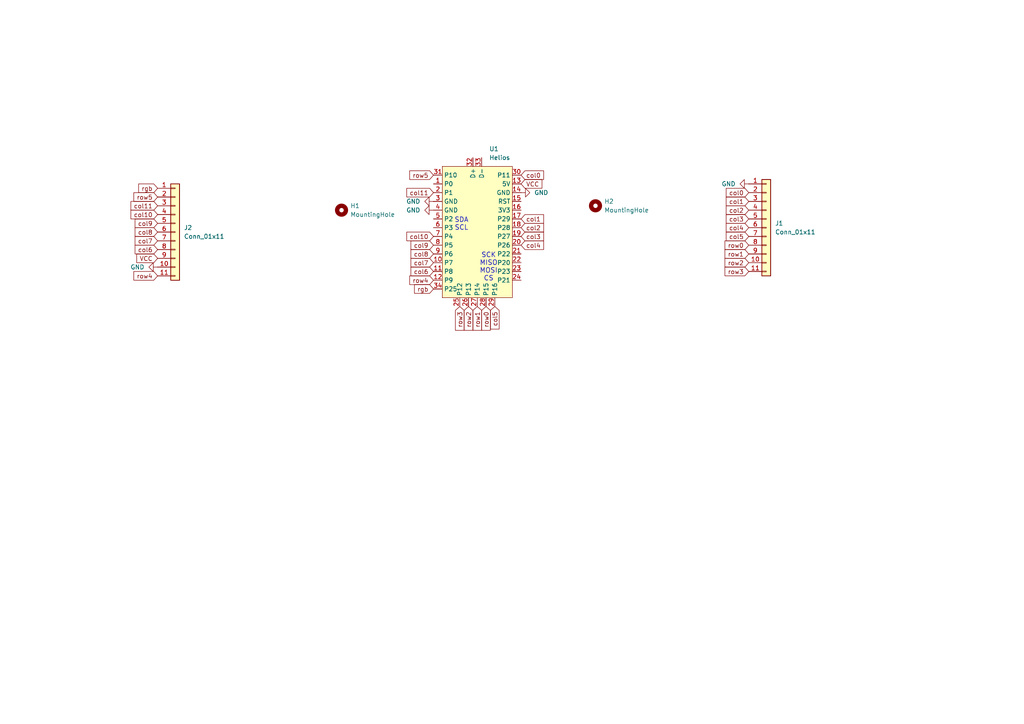
<source format=kicad_sch>
(kicad_sch (version 20231120) (generator "eeschema") (generator_version "8.0")
  (paper "A4")
  (lib_symbols
    (symbol "Connector_Generic:Conn_01x11" (pin_names (offset 1.016) hide)
      (property "Reference" "J" (at 0 15.24 0))
      (property "Value" "Conn_01x11" (at 0 -15.24 0))
      (symbol "Conn_01x11_1_1"
        (rectangle (start -1.27 -12.573) (end 0 -12.827) (stroke (width 0.1524)))
        (rectangle (start -1.27 -10.033) (end 0 -10.287) (stroke (width 0.1524)))
        (rectangle (start -1.27 -7.493) (end 0 -7.747) (stroke (width 0.1524)))
        (rectangle (start -1.27 -4.953) (end 0 -5.207) (stroke (width 0.1524)))
        (rectangle (start -1.27 -2.413) (end 0 -2.667) (stroke (width 0.1524)))
        (rectangle (start -1.27 0.127) (end 0 -0.127) (stroke (width 0.1524)))
        (rectangle (start -1.27 2.667) (end 0 2.413) (stroke (width 0.1524)))
        (rectangle (start -1.27 5.207) (end 0 4.953) (stroke (width 0.1524)))
        (rectangle (start -1.27 7.747) (end 0 7.493) (stroke (width 0.1524)))
        (rectangle (start -1.27 10.287) (end 0 10.033) (stroke (width 0.1524)))
        (rectangle (start -1.27 12.827) (end 0 12.573) (stroke (width 0.1524)))
        (rectangle (start -1.27 13.97) (end 1.27 -13.97) (stroke (width 0.254)) (fill (type background)))
        (pin passive line (at -5.08 12.7 0) (length 3.81) (name "Pin_1") (number "1"))
        (pin passive line (at -5.08 -10.16 0) (length 3.81) (name "Pin_10") (number "10"))
        (pin passive line (at -5.08 -12.7 0) (length 3.81) (name "Pin_11") (number "11"))
        (pin passive line (at -5.08 10.16 0) (length 3.81) (name "Pin_2") (number "2"))
        (pin passive line (at -5.08 7.62 0) (length 3.81) (name "Pin_3") (number "3"))
        (pin passive line (at -5.08 5.08 0) (length 3.81) (name "Pin_4") (number "4"))
        (pin passive line (at -5.08 2.54 0) (length 3.81) (name "Pin_5") (number "5"))
        (pin passive line (at -5.08 0 0) (length 3.81) (name "Pin_6") (number "6"))
        (pin passive line (at -5.08 -2.54 0) (length 3.81) (name "Pin_7") (number "7"))
        (pin passive line (at -5.08 -5.08 0) (length 3.81) (name "Pin_8") (number "8"))
        (pin passive line (at -5.08 -7.62 0) (length 3.81) (name "Pin_9") (number "9"))
      )
    )
    (symbol "Mechanical:MountingHole" (pin_names (offset 1.016)) (exclude_from_sim yes) (in_bom no)
      (property "Reference" "H" (at 0 5.08 0))
      (property "Value" "MountingHole" (at 0 3.175 0))
      (symbol "MountingHole_0_1"
        (circle (center 0 0) (radius 1.27) (stroke (width 1.27)))
      )
    )
    (symbol "PCM_marbastlib-promicroish:Helios" (in_bom no)
      (property "Reference" "U" (at -7.62 22.86 0))
      (property "Value" "Helios" (at -7.62 20.32 0))
      (symbol "Helios_0_0"
        (pin bidirectional line (at -12.7 13.97 0) (length 2.54) (name "P0") (number "1"))
        (pin bidirectional line (at -12.7 -8.89 0) (length 2.54) (name "P7") (number "10"))
        (pin bidirectional line (at -12.7 -11.43 0) (length 2.54) (name "P8") (number "11"))
        (pin bidirectional line (at -12.7 -13.97 0) (length 2.54) (name "P9") (number "12"))
        (pin power_out line (at 12.7 11.43 180) (length 2.54) (name "GND") (number "14"))
        (pin bidirectional line (at 12.7 8.89 180) (length 2.54) (name "RST") (number "15"))
        (pin bidirectional line (at 12.7 3.81 180) (length 2.54) (name "P29") (number "17"))
        (pin bidirectional line (at 12.7 1.27 180) (length 2.54) (name "P28") (number "18"))
        (pin bidirectional line (at 12.7 -1.27 180) (length 2.54) (name "P27") (number "19"))
        (pin bidirectional line (at -12.7 11.43 0) (length 2.54) (name "P1") (number "2"))
        (pin bidirectional line (at 12.7 -3.81 180) (length 2.54) (name "P26") (number "20"))
        (pin bidirectional line (at 12.7 -6.35 180) (length 2.54) (name "P22") (number "21"))
        (pin bidirectional line (at 12.7 -8.89 180) (length 2.54) (name "P20") (number "22"))
        (pin bidirectional line (at 12.7 -11.43 180) (length 2.54) (name "P23") (number "23"))
        (pin bidirectional line (at 12.7 -13.97 180) (length 2.54) (name "P21") (number "24"))
        (pin power_out line (at -12.7 8.89 0) (length 2.54) (name "GND") (number "3"))
        (pin power_out line (at -12.7 6.35 0) (length 2.54) (name "GND") (number "4"))
        (pin bidirectional line (at -12.7 3.81 0) (length 2.54) (name "P2") (number "5"))
        (pin bidirectional line (at -12.7 1.27 0) (length 2.54) (name "P3") (number "6"))
        (pin bidirectional line (at -12.7 -1.27 0) (length 2.54) (name "P4") (number "7"))
        (pin bidirectional line (at -12.7 -3.81 0) (length 2.54) (name "P5") (number "8"))
        (pin bidirectional line (at -12.7 -6.35 0) (length 2.54) (name "P6") (number "9"))
      )
      (symbol "Helios_1_0"
        (pin bidirectional line (at 12.7 13.97 180) (length 2.54) (name "5V") (number "13"))
        (pin power_out line (at 12.7 6.35 180) (length 2.54) (name "3V3") (number "16"))
        (pin bidirectional line (at -5.08 -21.59 90) (length 2.54) (name "P12") (number "25"))
        (pin bidirectional line (at -2.54 -21.59 90) (length 2.54) (name "P13") (number "26"))
        (pin bidirectional line (at 0 -21.59 90) (length 2.54) (name "P14") (number "27"))
        (pin bidirectional line (at 2.54 -21.59 90) (length 2.54) (name "P15") (number "28"))
        (pin bidirectional line (at 5.08 -21.59 90) (length 2.54) (name "P16") (number "29"))
        (pin power_in line (at 12.7 16.51 180) (length 2.54) (name "P11") (number "30"))
        (pin bidirectional line (at -12.7 16.51 0) (length 2.54) (name "P10") (number "31"))
        (pin bidirectional line (at -1.27 21.59 270) (length 2.54) (name "D+") (number "32"))
        (pin bidirectional line (at 1.27 21.59 270) (length 2.54) (name "D-") (number "33"))
        (pin bidirectional line (at -12.7 -16.51 0) (length 2.54) (name "P25") (number "34"))
      )
      (symbol "Helios_1_1"
        (rectangle (start -10.16 19.05) (end 10.16 -19.05) (fill (type background)))
      )
    )
    (symbol "power:GND" (power) (pin_numbers hide) (pin_names (offset 0) hide)
      (property "Value" "GND" (at 0 -3.81 0))
      (symbol "GND_0_1"
        (polyline (pts (xy 0 0) (xy 0 -1.27) (xy 1.27 -1.27) (xy 0 -2.54) (xy -1.27 -1.27) (xy 0 -1.27)))
      )
      (symbol "GND_1_1"
        (pin power_in line (at 0 0 270) (length 0) (name "~") (number "1"))
      )
    )
  )
  (text "SDA\nSCL" (at 133.858 65.024 0) (effects (font (size 1.397 1.397))))
  (text "SCK\nMISO\nMOSI\nCS" (at 141.732 77.47 0) (effects (font (size 1.397 1.397))))
  (global_label "col11" (shape input) (at 125.73 55.88 180) (property "Intersheetrefs" "${INTERSHEET_REFS}" (effects (hide yes))))
  (global_label "col1" (shape input) (at 151.13 63.5 0) (property "Intersheetrefs" "${INTERSHEET_REFS}" (effects (hide yes))))
  (global_label "col9" (shape input) (at 125.73 71.12 180) (property "Intersheetrefs" "${INTERSHEET_REFS}" (effects (hide yes))))
  (global_label "row2" (shape input) (at 135.89 88.9 270) (property "Intersheetrefs" "${INTERSHEET_REFS}" (effects (hide yes))))
  (global_label "col2" (shape input) (at 151.13 66.04 0) (property "Intersheetrefs" "${INTERSHEET_REFS}" (effects (hide yes))))
  (global_label "col1" (shape input) (at 217.17 58.42 180) (property "Intersheetrefs" "${INTERSHEET_REFS}" (effects (hide yes))))
  (global_label "col5" (shape input) (at 143.51 88.9 270) (property "Intersheetrefs" "${INTERSHEET_REFS}" (effects (hide yes))))
  (global_label "col3" (shape input) (at 151.13 68.58 0) (property "Intersheetrefs" "${INTERSHEET_REFS}" (effects (hide yes))))
  (global_label "row1" (shape input) (at 217.17 73.66 180) (property "Intersheetrefs" "${INTERSHEET_REFS}" (effects (hide yes))))
  (global_label "col10" (shape input) (at 45.72 62.23 180) (property "Intersheetrefs" "${INTERSHEET_REFS}" (effects (hide yes))))
  (global_label "row0" (shape input) (at 140.97 88.9 270) (property "Intersheetrefs" "${INTERSHEET_REFS}" (effects (hide yes))))
  (global_label "row5" (shape input) (at 45.72 57.15 180) (property "Intersheetrefs" "${INTERSHEET_REFS}" (effects (hide yes))))
  (global_label "col7" (shape input) (at 125.73 76.2 180) (property "Intersheetrefs" "${INTERSHEET_REFS}" (effects (hide yes))))
  (global_label "col6" (shape input) (at 125.73 78.74 180) (property "Intersheetrefs" "${INTERSHEET_REFS}" (effects (hide yes))))
  (global_label "col10" (shape input) (at 125.73 68.58 180) (property "Intersheetrefs" "${INTERSHEET_REFS}" (effects (hide yes))))
  (global_label "col6" (shape input) (at 45.72 72.39 180) (property "Intersheetrefs" "${INTERSHEET_REFS}" (effects (hide yes))))
  (global_label "row3" (shape input) (at 217.17 78.74 180) (property "Intersheetrefs" "${INTERSHEET_REFS}" (effects (hide yes))))
  (global_label "col4" (shape input) (at 151.13 71.12 0) (property "Intersheetrefs" "${INTERSHEET_REFS}" (effects (hide yes))))
  (global_label "rgb" (shape input) (at 125.73 83.82 180) (property "Intersheetrefs" "${INTERSHEET_REFS}" (effects (hide yes))))
  (global_label "col9" (shape input) (at 45.72 64.77 180) (property "Intersheetrefs" "${INTERSHEET_REFS}" (effects (hide yes))))
  (global_label "col11" (shape input) (at 45.72 59.69 180) (property "Intersheetrefs" "${INTERSHEET_REFS}" (effects (hide yes))))
  (global_label "rgb" (shape input) (at 45.72 54.61 180) (property "Intersheetrefs" "${INTERSHEET_REFS}" (effects (hide yes))))
  (global_label "VCC" (shape input) (at 45.72 74.93 180) (property "Intersheetrefs" "${INTERSHEET_REFS}" (effects (hide yes))))
  (global_label "row3" (shape input) (at 133.35 88.9 270) (property "Intersheetrefs" "${INTERSHEET_REFS}" (effects (hide yes))))
  (global_label "col4" (shape input) (at 217.17 66.04 180) (property "Intersheetrefs" "${INTERSHEET_REFS}" (effects (hide yes))))
  (global_label "col8" (shape input) (at 125.73 73.66 180) (property "Intersheetrefs" "${INTERSHEET_REFS}" (effects (hide yes))))
  (global_label "row0" (shape input) (at 217.17 71.12 180) (property "Intersheetrefs" "${INTERSHEET_REFS}" (effects (hide yes))))
  (global_label "col0" (shape input) (at 151.13 50.8 0) (property "Intersheetrefs" "${INTERSHEET_REFS}" (effects (hide yes))))
  (global_label "col7" (shape input) (at 45.72 69.85 180) (property "Intersheetrefs" "${INTERSHEET_REFS}" (effects (hide yes))))
  (global_label "VCC" (shape input) (at 151.13 53.34 0) (property "Intersheetrefs" "${INTERSHEET_REFS}" (effects (hide yes))))
  (global_label "col5" (shape input) (at 217.17 68.58 180) (property "Intersheetrefs" "${INTERSHEET_REFS}" (effects (hide yes))))
  (global_label "col2" (shape input) (at 217.17 60.96 180) (property "Intersheetrefs" "${INTERSHEET_REFS}" (effects (hide yes))))
  (global_label "row4" (shape input) (at 125.73 81.28 180) (property "Intersheetrefs" "${INTERSHEET_REFS}" (effects (hide yes))))
  (global_label "row1" (shape input) (at 138.43 88.9 270) (property "Intersheetrefs" "${INTERSHEET_REFS}" (effects (hide yes))))
  (global_label "col8" (shape input) (at 45.72 67.31 180) (property "Intersheetrefs" "${INTERSHEET_REFS}" (effects (hide yes))))
  (global_label "row5" (shape input) (at 125.73 50.8 180) (property "Intersheetrefs" "${INTERSHEET_REFS}" (effects (hide yes))))
  (global_label "row4" (shape input) (at 45.72 80.01 180) (property "Intersheetrefs" "${INTERSHEET_REFS}" (effects (hide yes))))
  (global_label "col0" (shape input) (at 217.17 55.88 180) (property "Intersheetrefs" "${INTERSHEET_REFS}" (effects (hide yes))))
  (global_label "col3" (shape input) (at 217.17 63.5 180) (property "Intersheetrefs" "${INTERSHEET_REFS}" (effects (hide yes))))
  (global_label "row2" (shape input) (at 217.17 76.2 180) (property "Intersheetrefs" "${INTERSHEET_REFS}" (effects (hide yes))))
  (symbol (lib_id "power:GND") (at 151.13 55.88 90) (unit 1)
    (property "Reference" "#PWR02" (effects (hide yes)))
    (property "Value" "GND" (at 154.94 55.8799 90) (effects (justify right)))
    (property "Description" "Power symbol creates a global label with name \"GND\" , ground" (effects (hide yes)))
  )
  (symbol (lib_id "Connector_Generic:Conn_01x11") (at 50.8 67.31 0) (unit 1)
    (property "Reference" "J2" (at 53.34 66.0399 0) (effects (justify left)))
    (property "Value" "Conn_01x11" (at 53.34 68.5799 0) (effects (justify left)))
    (property "Footprint" "Connector_PinHeader_2.54mm:PinHeader_1x11_P2.54mm_Vertical" (effects (hide yes)))
    (property "Description" "Generic connector, single row, 01x11, script generated (kicad-library-utils/schlib/autogen/connector/)" (effects (hide yes)))
  )
  (symbol (lib_id "power:GND") (at 125.73 60.96 270) (unit 1)
    (property "Reference" "#PWR04" (effects (hide yes)))
    (property "Value" "GND" (at 121.92 60.9599 90) (effects (justify right)))
    (property "Description" "Power symbol creates a global label with name \"GND\" , ground" (effects (hide yes)))
  )
  (symbol (lib_id "Mechanical:MountingHole") (at 99.06 60.96 0) (unit 1) (exclude_from_sim yes) (in_bom no)
    (property "Reference" "H1" (at 101.6 59.6899 0) (effects (justify left)))
    (property "Value" "MountingHole" (at 101.6 62.2299 0) (effects (justify left)))
    (property "Footprint" "MountingHole:MountingHole_3.2mm_M3_DIN965_Pad" (effects (hide yes)))
    (property "Description" "Mounting Hole without connection" (effects (hide yes)))
  )
  (symbol (lib_id "PCM_marbastlib-promicroish:Helios") (at 138.43 67.31 0) (unit 1) (in_bom no)
    (property "Reference" "U1" (at 141.8941 43.18 0) (effects (justify left)))
    (property "Value" "Helios" (at 141.8941 45.72 0) (effects (justify left)))
    (property "Footprint" "PCM_marbastlib-xp-promicroish:Helios_AH_USBup" (effects (hide yes)))
    (property "Datasheet" "https://github.com/0xCB-dev/0xCB-Helios" (effects (hide yes)))
    (property "Description" "Symbol for an 0xCB Helios" (effects (hide yes)))
  )
  (symbol (lib_id "power:GND") (at 125.73 58.42 270) (unit 1)
    (property "Reference" "#PWR03" (effects (hide yes)))
    (property "Value" "GND" (at 121.92 58.4199 90) (effects (justify right)))
    (property "Description" "Power symbol creates a global label with name \"GND\" , ground" (effects (hide yes)))
  )
  (symbol (lib_id "power:GND") (at 45.72 77.47 270) (unit 1)
    (property "Reference" "#PWR01" (effects (hide yes)))
    (property "Value" "GND" (at 41.91 77.4699 90) (effects (justify right)))
    (property "Description" "Power symbol creates a global label with name \"GND\" , ground" (effects (hide yes)))
  )
  (symbol (lib_id "Mechanical:MountingHole") (at 172.72 59.69 0) (unit 1) (exclude_from_sim yes) (in_bom no)
    (property "Reference" "H2" (at 175.26 58.4199 0) (effects (justify left)))
    (property "Value" "MountingHole" (at 175.26 60.9599 0) (effects (justify left)))
    (property "Footprint" "MountingHole:MountingHole_3.2mm_M3_DIN965_Pad" (effects (hide yes)))
    (property "Description" "Mounting Hole without connection" (effects (hide yes)))
  )
  (symbol (lib_id "Connector_Generic:Conn_01x11") (at 222.25 66.04 0) (unit 1)
    (property "Reference" "J1" (at 224.79 64.7699 0) (effects (justify left)))
    (property "Value" "Conn_01x11" (at 224.79 67.3099 0) (effects (justify left)))
    (property "Footprint" "Connector_PinHeader_2.54mm:PinHeader_1x11_P2.54mm_Vertical" (effects (hide yes)))
    (property "Description" "Generic connector, single row, 01x11, script generated (kicad-library-utils/schlib/autogen/connector/)" (effects (hide yes)))
  )
  (symbol (lib_id "power:GND") (at 217.17 53.34 270) (unit 1)
    (property "Reference" "#PWR05" (effects (hide yes)))
    (property "Value" "GND" (at 213.36 53.3399 90) (effects (justify right)))
    (property "Description" "Power symbol creates a global label with name \"GND\" , ground" (effects (hide yes)))
  )
)
</source>
